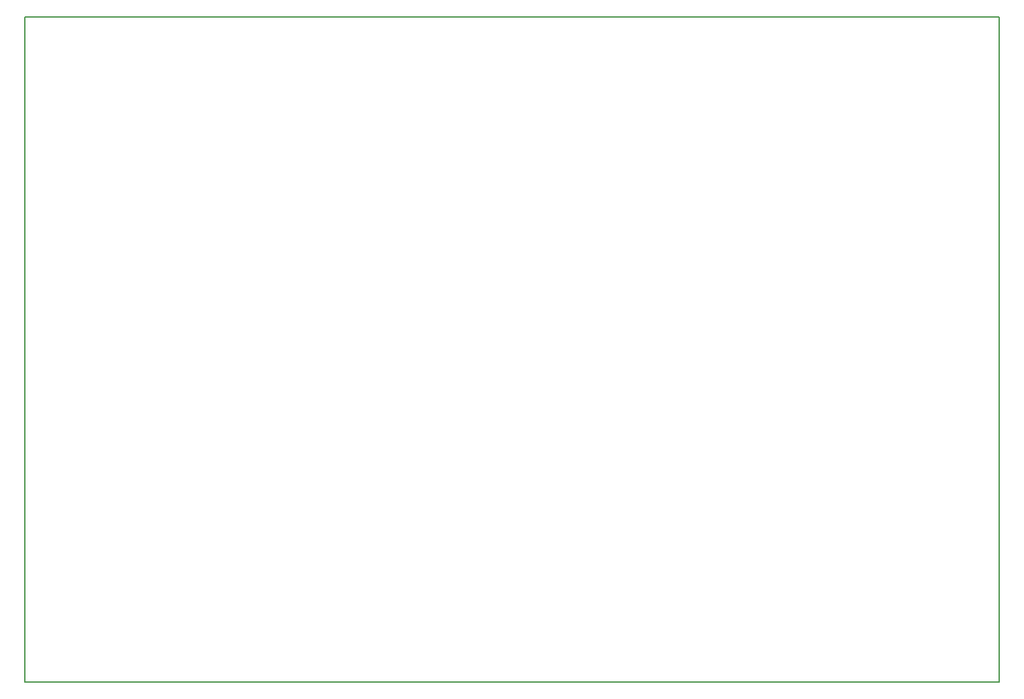
<source format=gbr>
G04 #@! TF.FileFunction,Profile,NP*
%FSLAX46Y46*%
G04 Gerber Fmt 4.6, Leading zero omitted, Abs format (unit mm)*
G04 Created by KiCad (PCBNEW 4.0.7) date 06/16/18 23:00:12*
%MOMM*%
%LPD*%
G01*
G04 APERTURE LIST*
%ADD10C,0.100000*%
%ADD11C,0.150000*%
G04 APERTURE END LIST*
D10*
D11*
X81000000Y-54900000D02*
X81000000Y-54700000D01*
X81000000Y-102000000D02*
X81000000Y-54900000D01*
X207200000Y-102000000D02*
X81000000Y-102000000D01*
X207200000Y-15800000D02*
X207200000Y-102000000D01*
X81000000Y-15800000D02*
X207200000Y-15800000D01*
X81000000Y-54900000D02*
X81000000Y-15800000D01*
M02*

</source>
